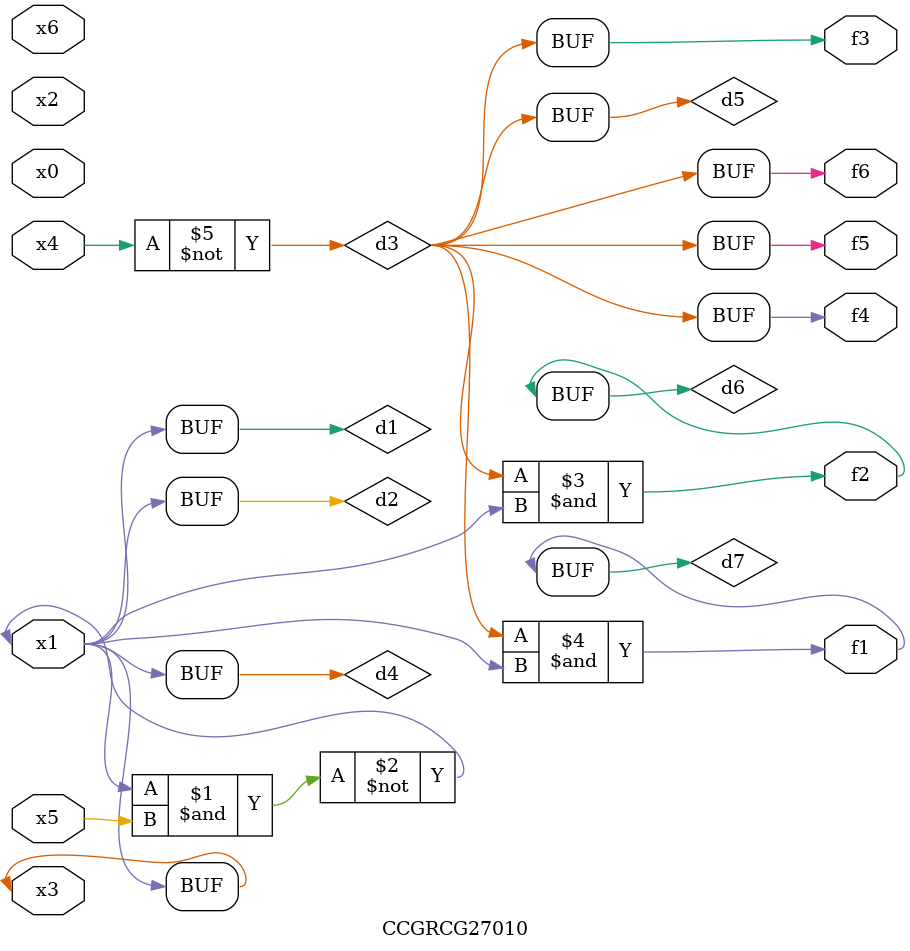
<source format=v>
module CCGRCG27010(
	input x0, x1, x2, x3, x4, x5, x6,
	output f1, f2, f3, f4, f5, f6
);

	wire d1, d2, d3, d4, d5, d6, d7;

	buf (d1, x1, x3);
	nand (d2, x1, x5);
	not (d3, x4);
	buf (d4, d1, d2);
	buf (d5, d3);
	and (d6, d3, d4);
	and (d7, d3, d4);
	assign f1 = d7;
	assign f2 = d6;
	assign f3 = d5;
	assign f4 = d5;
	assign f5 = d5;
	assign f6 = d5;
endmodule

</source>
